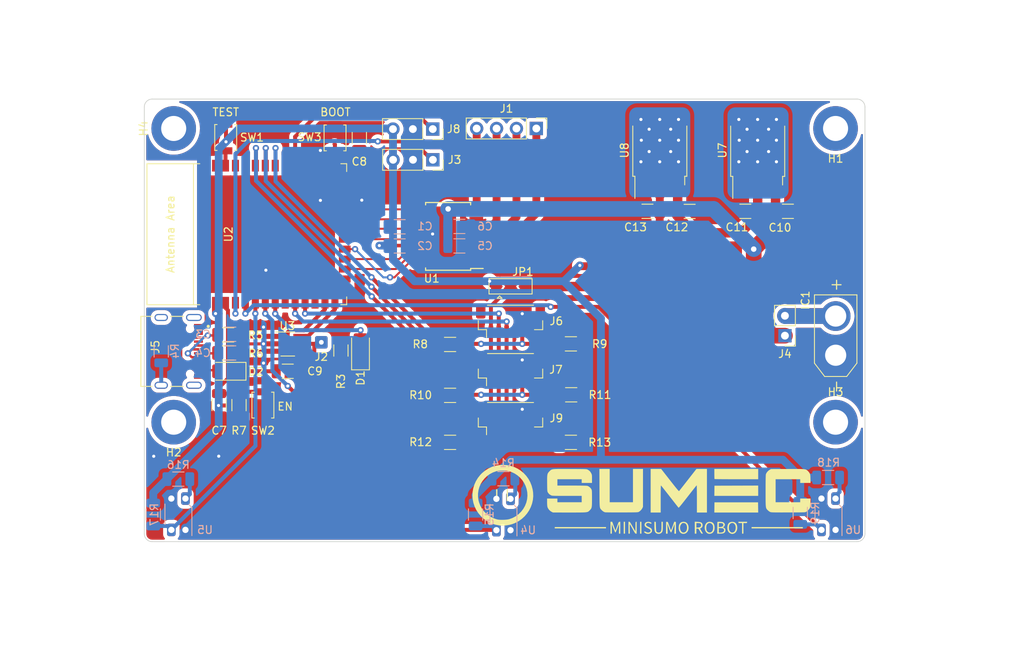
<source format=kicad_pcb>
(kicad_pcb (version 20221018) (generator pcbnew)
  (layers (0 "F.Cu" signal) (31 "B.Cu" signal) (34 "B.Paste" user) (35 "F.Paste" user) (36 "B.SilkS" user "B.Silkscreen") (37 "F.SilkS" user "F.Silkscreen") (38 "B.Mask" user) (39 "F.Mask" user) (44 "Edge.Cuts" user))
  (net 0 "")
  (net 1 "GND")
  (net 2 "EN")
  (net 3 "BOOT")
  (net 4 "VBUS 5V")
  (net 5 "QRE1113 A")
  (net 6 "Net-(D1-K)")
  (net 7 "QRE1113 B")
  (net 8 "QRE1113 C")
  (net 9 "Net-(D2-A)")
  (net 10 "+3V3")
  (net 12 "VBATT")
  (net 13 "D+ IN")
  (net 17 "QRE1113 D")
  (net 18 "Net-(J5-SHIELD-PadS1)")
  (net 19 "Net-(J6-Pin_5)")
  (net 20 "Net-(J9-Pin_5)")
  (net 22 "Net-(J7-Pin_5)")
  (net 25 "Net-(R5-Pad2)")
  (net 26 "Net-(U5-A)")
  (net 27 "Net-(U6-A)")
  (net 28 "+8V")
  (net 29 "D- IN")
  (net 30 "Net-(R6-Pad2)")
  (net 34 "PWMB")
  (net 35 "BI2")
  (net 36 "BI1")
  (net 37 "STBY")
  (net 38 "MOTOR 2 -")
  (net 39 "MOTOR 2 +")
  (net 40 "MOTOR 1 -")
  (net 41 "MOTOR 1 +")
  (net 42 "SCL")
  (net 43 "SDA")
  (net 44 "TEST PROGRAM")
  (net 45 "IR MODULE")
  (net 50 "AI1")
  (net 51 "AI2")
  (net 52 "PWMA")
  (net 53 "D-")
  (net 54 "D+")
  (net 58 "X-SHUT1")
  (net 61 "X-SHUT2")
  (net 64 "X-SHUT3")
  (net 65 "+5V")
  (net 66 "SENSOR_SUPPLY")
  (net 67 "Net-(U4-A)")
  (net 68 "LED")
  (footprint "LED_SMD:LED_1206_3216Metric_Pad1.42x1.75mm_HandSolder" (layer "F.Cu") (at 178.35 76.6 90)
    (fp_text reference "D1")
    (fp_text value "LED")
  )
  (footprint "Resistor_SMD:R_1206_3216Metric" (layer "F.Cu") (at 161.45 74.6)
    (fp_text reference "R5")
    (fp_text value "15R")
  )
  (footprint "Resistor_SMD:R_1206_3216Metric" (layer "F.Cu") (at 189.7875 88.325 180)
    (fp_text reference "R12")
    (fp_text value "0R")
  )
  (footprint "sumec-smd_library:logo even smaller" (layer "F.Cu") (at 213.336048 96.168242)
    (fp_text reference "R1" hide)
    (fp_text value "R" hide)
  )
  (footprint "Connector_Wire:SolderWire-0.1sqmm_1x01_D0.4mm_OD1mm" (layer "F.Cu") (at 173.35 75.55)
    (fp_text reference "J2")
    (fp_text value "Conn_01x01_Pin" hide)
  )
  (footprint "Resistor_SMD:R_1206_3216Metric" (layer "F.Cu") (at 189.7875 75.825 180)
    (fp_text reference "R8")
    (fp_text value "0R")
  )
  (footprint "Package_SO:SSOP-24_5.3x8.2mm_P0.65mm" (layer "F.Cu") (at 189.5348 62.0268 180)
    (fp_text reference "U1")
    (fp_text value "TB6612FNG" hide)
  )
  (footprint "Jumper:SolderJumper-3_P2.0mm_Open_TrianglePad1.0x1.5mm" (layer "F.Cu") (at 197.5104 68.4276)
    (fp_text reference "JP1")
    (fp_text value "SolderJumper_3_Open")
  )
  (footprint "Button_Switch_SMD:SW_SPST_B3U-1000P" (layer "F.Cu") (at 175.1 49.45 -90)
    (fp_text reference "SW3")
    (fp_text value "SW_Push" hide)
  )
  (footprint "Resistor_SMD:R_1206_3216Metric" (layer "F.Cu") (at 205.25 82.25 180)
    (fp_text reference "R11")
    (fp_text value "0R")
  )
  (footprint "Connector_JST:JST_SH_BM06B-SRSS-TB_1x06-1MP_P1.00mm_Vertical" (layer "F.Cu") (at 197.5 72.825)
    (fp_text reference "J6")
    (fp_text value "Conn_01x06_Pin" hide)
  )
  (footprint "sumec_library:AMASS_XT30U-M_1x02_P5.0mm_Vertical" (layer "F.Cu") (at 239.014 77.2014 90)
    (fp_text reference "IC1")
    (fp_text value "XT30U-F" hide)
  )
  (footprint "Package_TO_SOT_SMD:TO-252-3_TabPin2" (layer "F.Cu") (at 229.0572 51.054 90)
    (fp_text reference "U7")
    (fp_text value "LM1084IS-5.0/NOPB")
  )
  (footprint "Connector_PinHeader_2.54mm:PinHeader_1x04_P2.54mm_Vertical" (layer "F.Cu") (at 200.8 48.25 -90)
    (fp_text reference "J1")
    (fp_text value "Conn_01x04_Pin" hide)
  )
  (footprint "Resistor_SMD:R_1206_3216Metric" (layer "F.Cu") (at 205.2125 75.75 180)
    (fp_text reference "R9")
    (fp_text value "0R")
  )
  (footprint "Resistor_SMD:R_1206_3216Metric" (layer "F.Cu") (at 161.4424 76.9112)
    (fp_text reference "R6")
    (fp_text value "15R")
  )
  (footprint "Package_TO_SOT_SMD:TO-252-3_TabPin2" (layer "F.Cu") (at 216.5604 51.044 90)
    (fp_text reference "U8")
    (fp_text value "\nLM1084IS-3.3/NOPB")
  )
  (footprint "PCM_Espressif:ESP32-S3-WROOM-1" (layer "F.Cu") (at 166.834 61.75 90)
    (fp_text reference "U2")
    (fp_text value "ESP32-S3-WROOM-1" hide)
  )
  (footprint "MountingHole:MountingHole_3.2mm_M3_ISO7380_Pad" (layer "F.Cu") (at 154.5 85.75 180)
    (fp_text reference "H2")
    (fp_text value "MountingHole M3")
  )
  (footprint "MountingHole:MountingHole_3.2mm_M3_ISO7380_Pad" (layer "F.Cu") (at 239 85.75)
    (fp_text reference "H3")
    (fp_text value "MountingHole M3")
  )
  (footprint "Connector_JST:JST_SH_BM06B-SRSS-TB_1x06-1MP_P1.00mm_Vertical" (layer "F.Cu") (at 197.5 85.25)
    (fp_text reference "J9")
    (fp_text value "Conn_01x06_Pin" hide)
  )
  (footprint "Capacitor_SMD:C_1206_3216Metric_Pad1.33x1.80mm_HandSolder" (layer "F.Cu") (at 220.3704 58.8436)
    (fp_text reference "C12")
    (fp_text value "10uF.stabl")
  )
  (footprint "Connector_PinSocket_2.54mm:PinSocket_1x03_P2.54mm_Vertical" (layer "F.Cu") (at 187.59 52.25 -90)
    (fp_text reference "J3")
    (fp_text value "Conn_01x03_Pin" hide)
  )
  (footprint "Connector_PinHeader_2.54mm:PinHeader_1x02_P2.54mm_Vertical" (layer "F.Cu") (at 232.537 74.7014 180)
    (fp_text reference "J4")
    (fp_text value "Conn_01x02")
  )
  (footprint "Diode_SMD:D_1206_3216Metric" (layer "F.Cu") (at 161.4424 79.248 180)
    (fp_text reference "D2")
    (fp_text value "1N5819" hide)
  )
  (footprint "Capacitor_SMD:C_1206_3216Metric" (layer "F.Cu") (at 178.2 49.45 90)
    (fp_text reference "C8")
    (fp_text value "100nF.boot")
  )
  (footprint "Package_TO_SOT_SMD:TSOT-23-6_HandSoldering" (layer "F.Cu") (at 169.0624 75.7428)
    (fp_text reference "U3")
    (fp_text value "USBLC6-2SC6" hide)
  )
  (footprint "Capacitor_SMD:C_1206_3216Metric_Pad1.33x1.80mm_HandSolder" (layer "F.Cu") (at 214.9856 58.8264 180)
    (fp_text reference "C13")
    (fp_text value "10uF.stabl")
  )
  (footprint "Capacitor_SMD:C_1206_3216Metric" (layer "F.Cu") (at 169.0624 79.248)
    (fp_text reference "C9")
    (fp_text value "100nF")
  )
  (footprint "Capacitor_SMD:C_1206_3216Metric_Pad1.33x1.80mm_HandSolder" (layer "F.Cu") (at 232.918 58.8264)
    (fp_text reference "C10")
    (fp_text value "10uF.stabl")
  )
  (footprint "Capacitor_SMD:C_1206_3216Metric_Pad1.33x1.80mm_HandSolder" (layer "F.Cu") (at 227.4824 58.8264 180)
    (fp_text reference "C11")
    (fp_text value "10uF.stabl")
  )
  (footprint "Resistor_SMD:R_1206_3216Metric_Pad1.30x1.75mm_HandSolder" (layer "F.Cu") (at 175.85 76.6 90)
    (fp_text reference "R3")
    (fp_text value "220")
  )
  (footprint "Resistor_SMD:R_1206_3216Metric" (layer "F.Cu") (at 162.8394 83.5678 -90)
    (fp_text reference "R7")
    (fp_text value "10k.mcu")
  )
  (footprint "Connector_PinSocket_2.54mm:PinSocket_1x03_P2.54mm_Vertical" (layer "F.Cu") (at 187.575 48.325 -90)
    (fp_text reference "J8")
    (fp_text value "TSOP382xx" hide)
  )
  (footprint "Capacitor_SMD:C_1206_3216Metric" (layer "F.Cu") (at 160.2994 83.5678 -90)
    (fp_text reference "C7")
    (fp_text value "100nF.en")
  )
  (footprint "Connector_JST:JST_SH_BM06B-SRSS-TB_1x06-1MP_P1.00mm_Vertical" (layer "F.Cu") (at 197.5 79)
    (fp_text reference "J7")
    (fp_text value "Conn_01x06_Pin" hide)
  )
  (footprint "Button_Switch_SMD:SW_SPST_B3U-1000P" (layer "F.Cu") (at 161.1376 49.4 -90)
    (fp_text reference "SW1")
    (fp_text value "SW_Push" hide)
  )
  (footprint "Resistor_SMD:R_1206_3216Metric" (layer "F.Cu") (at 205.2125 88.325 180)
    (fp_text reference "R13")
    (fp_text value "0R")
  )
  (footprint "Resistor_SMD:R_1206_3216Metric" (layer "F.Cu") (at 189.7875 82.325 180)
    (fp_text reference "R10")
    (fp_text value "0R")
  )
  (footprint "sumec-smd_library:HRO_TYPE-C-31-M-12" (layer "F.Cu") (at 152.908 76.708 -90)
    (fp_text reference "J5")
    (fp_text value "TYPE-C-31-M-12" hide)
  )
  (footprint "Button_Switch_SMD:SW_SPST_B3U-1000P" (layer "F.Cu") (at 165.8874 83.5678 90)
    (fp_text reference "SW2")
    (fp_text value "SW_Push" hide)
  )
  (footprint "MountingHole:MountingHole_3.2mm_M3_ISO7380_Pad" (layer "F.Cu") (at 239 48.25 180)
    (fp_text reference "H1")
    (fp_text value "MountingHole M3")
  )
  (footprint "MountingHole:MountingHole_3.2mm_M3_ISO7380_Pad" (layer "F.Cu") (at 154.5 48.25 90)
    (fp_text reference "H4")
    (fp_text value "MountingHole M3")
  )
  (footprint "Resistor_SMD:R_1206_3216Metric" (layer "B.Cu") (at 234.4928 97.3328 -90)
    (fp_text reference "R19")
    (fp_text value "10k")
  )
  (footprint "Resistor_SMD:R_1206_3216Metric" (layer "B.Cu") (at 238.0488 92.8116 180)
    (fp_text reference "R18")
    (fp_text value "100")
  )
  (footprint "Capacitor_SMD:C_1206_3216Metric" (layer "B.Cu") (at 190.975 60.7568)
    (fp_text reference "C6")
    (fp_text value "100nF.hbc")
  )
  (footprint "sumec_library:OnSemi_CASE100AQ - QRE1113" (layer "B.Cu") (at 197.5 95.536 180)
    (fp_text reference "U4")
    (fp_text value "QRE1113" hide)
  )
  (footprint "sumec_library:OnSemi_CASE100AQ - QRE1113" (layer "B.Cu") (at 156 95.5 180)
    (fp_text reference "U5")
    (fp_text value "QRE1113" hide)
  )
  (footprint "Capacitor_SMD:C_1206_3216Metric" (layer "B.Cu") (at 183.35 60.8)
    (fp_text reference "C1")
    (fp_text value "10uF.hb")
  )
  (footprint "Resistor_SMD:R_1206_3216Metric" (layer "B.Cu") (at 155.0924 93.0148 180)
    (fp_text reference "R16")
    (fp_text value "100")
  )
  (footprint "Resistor_SMD:R_1206_3216Metric" (layer "B.Cu") (at 196.596 92.964 180)
    (fp_text reference "R14")
    (fp_text value "100")
  )
  (footprint "Resistor_SMD:R_1206_3216Metric" (layer "B.Cu") (at 151.892 97.536 -90)
    (fp_text reference "R17")
    (fp_text value "10k")
  )
  (footprint "Capacitor_SMD:C_1206_3216Metric" (layer "B.Cu") (at 161.725 76.9112)
    (fp_text reference "C4")
    (fp_text value "100nF.mcu" hide)
  )
  (footprint "Resistor_SMD:R_1206_3216Metric" (layer "B.Cu") (at 193.04 97.536 -90)
    (fp_text reference "R15")
    (fp_text value "10k")
  )
  (footprint "Capacitor_SMD:C_1206_3216Metric" (layer "B.Cu") (at 183.35 63.25)
    (fp_text reference "C2")
    (fp_text value "1uF.hb")
  )
  (footprint "Capacitor_SMD:C_1206_3216Metric" (layer "B.Cu") (at 161.725 74.5236)
    (fp_text reference "C3")
    (fp_text value "10uF.mcu" hide)
  )
  (footprint "sumec_library:OnSemi_CASE100AQ - QRE1113" (layer "B.Cu") (at 239 95.5 180)
    (fp_text reference "U6")
    (fp_text value "QRE1113" hide)
  )
  (footprint "Resistor_SMD:R_1206_3216Metric" (layer "B.Cu") (at 152.908 76.708 90)
    (fp_text reference "R4")
    (fp_text value "0R" hide)
  )
  (footprint "Capacitor_SMD:C_1206_3216Metric" (layer "B.Cu") (at 190.975 63.246)
    (fp_text reference "C5")
    (fp_text value "10uF.hbc")
  )
  (gr_arc (start 151.75 101) (mid 151.042893 100.707107) (end 150.75 100) (stroke (width 0.1)) (layer "Edge.Cuts"))
  (gr_arc (start 150.75 45.5) (mid 151.042893 44.792893) (end 151.75 44.5) (stroke (width 0.1)) (layer "Edge.Cuts"))
  (gr_line (start 241.75 101) (end 151.75 101) (stroke (width 0.1)) (layer "Edge.Cuts"))
  (gr_line (start 150.75 100) (end 150.75 45.5) (stroke (width 0.1)) (layer "Edge.Cuts"))
  (gr_arc (start 242.75 100) (mid 242.457107 100.707107) (end 241.75 101) (stroke (width 0.1)) (layer "Edge.Cuts"))
  (gr_arc (start 241.75 44.5) (mid 242.457107 44.792893) (end 242.75 45.5) (stroke (width 0.1)) (layer "Edge.Cuts"))
  (gr_line (start 242.75 45.5) (end 242.75 100) (stroke (width 0.1)) (layer "Edge.Cuts"))
  (gr_line (start 151.75 44.5) (end 241.75 44.5) (stroke (width 0.1)) (layer "Edge.Cuts"))
  (gr_text "TEST" (at 161.15 46.75) (layer "F.SilkS") (effects (font (size 1 1)) (justify bottom)))
  (gr_text "EN" (at 168.7322 84.328) (layer "F.SilkS") (effects (font (size 1 1)) (justify bottom)))
  (gr_text ">:3" (at 215.9 93.98 270) (layer "F.SilkS") (effects (font (size 0.1 0.1) (thickness 0.02) bold) (justify left top)))
  (gr_text ">:3" (at 241.3 99.06 270) (layer "F.SilkS") (effects (font (size 0.1 0.1) (thickness 0.02) bold) (justify left top)))
  (gr_text "BOOT" (at 175.15 46.75) (layer "F.SilkS") (effects (font (size 1 1)) (justify bottom)))
  (segment (start 187.5334 61.7018) (end 187.5536 61.722) (width 0.254) (layer "F.Cu") (net 1))
  (segment (start 157.5 73.625) (end 157.9722 73.625) (width 0.25) (layer "F.Cu") (net 1))
  (segment (start 165.9708 75.75) (end 167.5 75.75) (width 0.25) (layer "F.Cu") (net 1))
  (segment (start 158.574 73.0232) (end 158.574 70.5) (width 0.25) (layer "F.Cu") (net 1))
  (segment (start 187.3506 61.925) (end 187.3502 61.925) (width 0.25) (layer "F.Cu") (net 1))
  (segment (start 185.9348 61.7018) (end 187.5334 61.7018) (width 0.254) (layer "F.Cu") (net 1))
  (segment (start 157.9722 73.625) (end 158.574 73.0232) (width 0.25) (layer "F.Cu") (net 1))
  (segment (start 165.9636 75.7428) (end 165.9708 75.75) (width 0.25) (layer "F.Cu") (net 1))
  (via (at 166.2684 66.3448) (size 0.8) (drill 0.4) (layers "F.Cu" "B.Cu") (net 1))
  (via (at 165.9636 73.6092) (size 0.8) (drill 0.4) (layers "F.Cu" "B.Cu") (net 1))
  (via (at 199 71.9) (size 0.8) (drill 0.4) (layers "F.Cu" "B.Cu") (net 1))
  (via (at 165.9636 78.2066) (size 0.8) (drill 0.4) (layers "F.Cu" "B.Cu") (net 1))
  (via (at 173.228 57.4294) (size 0.8) (drill 0.4) (layers "F.Cu" "B.Cu") (net 1))
  (via (at 160.2486 90.0938) (size 0.8) (drill 0.4) (layers "F.Cu" "B.Cu") (net 1))
  (via (at 173.228 51.054) (size 0.8) (drill 0.4) (layers "F.Cu" "B.Cu") (net 1))
  (via (at 178.5112 57.404) (size 0.8) (drill 0.4) (layers "F.Cu" "B.Cu") (net 1))
  (via (at 199 77.8) (size 0.8) (drill 0.4) (layers "F.Cu" "B.Cu") (net 1))
  (via (at 187.5536 61.722) (size 0.8) (drill 0.4) (layers "F.Cu" "B.Cu") (net 1))
  (via (at 165.9636 75.7428) (size 0.8) (drill 0.4) (layers "F.Cu" "B.Cu") (net 1))
  (via (at 199 84.1) (size 0.8) (drill 0.4) (layers "F.Cu" "B.Cu") (net 1))
  (via (at 151.95 90.1) (size 0.8) (drill 0.4) (layers "F.Cu" "B.Cu") (net 1))
  (segment (start 161.114 71.1472) (end 161.429 71.4622) (width 0.508) (layer "F.Cu") (net 2))
  (segment (start 162.8394 82.1053) (end 160.3119 82.1053) (width 0.508) (layer "F.Cu") (net 2))
  (segment (start 163.0769 81.8678) (end 162.8394 82.1053) (width 0.508) (layer "F.Cu") (net 2))
  (segment (start 161.114 70.5) (end 161.114 71.1472) (width 0.508) (layer "F.Cu") (net 2))
  (segment (start 160.2994 81.3006) (end 160.2994 82.0928) (width 0.508) (layer "F.Cu") (net 2))
  (segment (start 160.3119 82.1053) (end 160.2994 82.0928) (width 0.508) (layer "F.Cu") (net 2))
  (segment (start 161.429 71.4622) (end 161.429 80.171) (width 0.508) (layer "F.Cu") (net 2))
  (segment (start 161.429 80.171) (end 160.2994 81.3006) (width 0.508) (layer "F.Cu") (net 2))
  (segment (start 165.8874 81.8678) (end 163.0769 81.8678) (width 0.508) (layer "F.Cu") (net 2))
  (segment (start 175.084 51.9684) (end 175.084 50.3044) (width 0.508) (layer "F.Cu") (net 3))
  (segment (start 177.975 51.15) (end 178.2 50.925) (width 0.508) (layer "F.Cu") (net 3))
  (segment (start 175.084 50.3044) (end 175.0296 50.25) (width 0.508) (layer "F.Cu") (net 3))
  (segment (start 175.084 51.9684) (end 175.084 51.15) (width 0.508) (layer "F.Cu") (net 3))
  (segment (start 175.084 53) (end 175.084 51.9684) (width 0.508) (layer "F.Cu") (net 3))
  (segment (start 175.084 51.15) (end 177.975 51.15) (width 0.508) (layer "F.Cu") (net 3))
  (segment (start 162.8424 79.248) (end 167.6382 79.248) (width 0.508) (layer "F.Cu") (net 4))
  (segment (start 172.45 75.9) (end 172.8 75.55) (width 0.508) (layer "F.Cu") (net 4))
  (segment (start 173.35 75.55) (end 173.35 75.35) (width 0.508) (layer "F.Cu") (net 4))
  (segment (start 169.1114 77.724) (end 171.831 77.724) (width 0.508) (layer "F.Cu") (net 4))
  (segment (start 172.8 75.55) (end 173.35 75.55) (width 0.508) (layer "F.Cu") (net 4))
  (segment (start 171.831 77.724) (end 172.45 77.105) (width 0.508) (layer "F.Cu") (net 4))
  (segment (start 173.1572 75.7428) (end 170.7724 75.7428) (width 0.508) (layer "F.Cu") (net 4))
  (segment (start 167.5874 79.248) (end 169.1114 77.724) (width 0.508) (layer "F.Cu") (net 4))
  (segment (start 173.35 75.55) (end 173.1572 75.7428) (width 0.508) (layer "F.Cu") (net 4))
  (segment (start 172.45 77.105) (end 172.45 75.9) (width 0.508) (layer "F.Cu") (net 4))
  (segment (start 180.55 49.9) (end 185.09 49.9) (width 0.508) (layer "F.Cu") (net 5))
  (segment (start 162.384 70.732) (end 162.384 71.882) (width 0.508) (layer "F.Cu") (net 5))
  (segment (start 162.5 70.616) (end 162.384 70.732) (width 0.508) (layer "F.Cu") (net 5))
  (segment (start 185.09 49.9) (end 187.44 52.25) (width 0.508) (layer "F.Cu") (net 5))
  (via (at 162.384 71.882) (size 0.8) (drill 0.4) (layers "F.Cu" "B.Cu") (net 5))
  (via (at 180.55 49.9) (size 0.8) (drill 0.4) (layers "F.Cu" "B.Cu") (net 5))
  (segment (start 162.384 51.484) (end 162.384 71.882) (width 0.508) (layer "B.Cu") (net 5))
  (segment (start 180.55 49.9) (end 180.5 49.85) (width 0.508) (layer "B.Cu") (net 5))
  (segment (start 180.5 49.85) (end 164.018 49.85) (width 0.508) (layer "B.Cu") (net 5))
  (segment (start 164.018 49.85) (end 162.384 51.484) (width 0.508) (layer "B.Cu") (net 5))
  (segment (start 178.35 78.0875) (end 175.9125 78.0875) (width 0.508) (layer "F.Cu") (net 6))
  (segment (start 175.9125 78.0875) (end 175.85 78.15) (width 0.508) (layer "F.Cu") (net 6))
  (segment (start 166.194 71.882) (end 166.194 70.5) (width 0.508) (layer "F.Cu") (net 7))
  (segment (start 169.0624 81.1276) (end 187.4348 99.5) (width 0.508) (layer "F.Cu") (net 7))
  (segment (start 187.4348 99.5) (end 195.7 99.5) (width 0.508) (layer "F.Cu") (net 7))
  (via (at 166.194 71.882) (size 0.8) (drill 0.4) (layers "F.Cu" "B.Cu") (net 7))
  (via (at 169.0624 81.1276) (size 0.8) (drill 0.4) (layers "F.Cu" "B.Cu") (net 7))
  (segment (start 169.0624 81.1276) (end 167.1 79.1652) (width 0.508) (layer "B.Cu") (net 7))
  (segment (start 193.04 98.9985) (end 195.1625 98.9985) (width 0.508) (layer "B.Cu") (net 7))
  (segment (start 195.689 99.314) (end 195.85 99.475) (width 0.508) (layer "B.Cu") (net 7))
  (segment (start 167.1 79.1652) (end 167.1 72.788) (width 0.508) (layer "B.Cu") (net 7))
  (segment (start 167.1 72.788) (end 166.194 71.882) (width 0.508) (layer "B.Cu") (net 7))
  (segment (start 195.1625 98.9985) (end 195.7 99.536) (width 0.508) (layer "B.Cu") (net 7))
  (segment (start 164.924 71.882) (end 164.924 70.5) (width 0.508) (layer "F.Cu") (net 8))
  (via (at 164.924 71.882) (size 0.8) (drill 0.4) (layers "F.Cu" "B.Cu") (net 8))
  (segment (start 153.6985 98.9985) (end 151.892 98.9985) (width 0.508) (layer "B.Cu") (net 8))
  (segment (start 154.2 99.5) (end 153.6985 98.9985) (width 0.508) (layer "B.Cu") (net 8))
  (segment (start 164.9364 71.8944) (end 164.9364 88.7636) (width 0.508) (layer "B.Cu") (net 8))
  (segment (start 164.924 71.882) (end 164.9364 71.8944) (width 0.508) (layer "B.Cu") (net 8))
  (segment (start 164.9364 88.7636) (end 154.2 99.5) (width 0.508) (layer "B.Cu") (net 8))
  (segment (start 160.35 79.25) (end 160.208 79.108) (width 0.3) (layer "F.Cu") (net 9))
  (segment (start 157.052594 79.108) (end 157.658 79.108) (width 0.3) (layer "F.Cu") (net 9))
  (segment (start 157.086 74.308) (end 155.448 75.946) (width 0.3) (layer "F.Cu") (net 9))
  (segment (start 155.448 77.503406) (end 157.052594 79.108) (width 0.3) (layer "F.Cu") (net 9))
  (segment (start 160.475 79.225) (end 160.5 79.25) (width 0.25) (layer "F.Cu") (net 9))
  (segment (start 155.448 75.946) (end 155.448 77.503406) (width 0.3) (layer "F.Cu") (net 9))
  (segment (start 160.208 79.108) (end 157.617 79.108) (width 0.3) (layer "F.Cu") (net 9))
  (segment (start 157.658 74.308) (end 157.086 74.308) (width 0.3) (layer "F.Cu") (net 9))
  (segment (start 157.617 79.108) (end 157.5 79.225) (width 0.3) (layer "F.Cu") (net 9))
  (segment (start 194.8328 67.75) (end 195.5104 68.4276) (width 1) (layer "F.Cu") (net 10))
  (segment (start 206.4512 65.8368) (end 211.074 65.8368) (width 1) (layer "F.Cu") (net 10))
  (segment (start 216.5604 58.8141) (end 216.5481 58.8264) (width 1) (layer "F.Cu") (net 10))
  (segment (start 161.1376 47.7266) (end 161.1757 47.7647) (width 0.508) (layer "F.Cu") (net 10))
  (segment (start 183.95 63.2) (end 184.1482 63.0018) (width 0.45) (layer "F.Cu") (net 10))
  (segment (start 159.844 70.5) (end 159.844 71.882) (width 0.9) (layer "F.Cu") (net 10))
  (segment (start 161.1757 47.7647) (end 161.1757 49.9491) (width 0.508) (layer "F.Cu") (net 10))
  (segment (start 180.75 63.2) (end 183.95 63.2) (width 0.45) (layer "F.Cu") (net 10))
  (segment (start 161.4259 83.6168) (end 162.8394 85.0303) (width 0.508) (layer "F.Cu") (net 10))
  (segment (start 216.5481 60.3627) (end 216.5481 58.8264) (width 1) (layer "F.Cu") (net 10))
  (segment (start 211.074 65.8368) (end 216.5481 60.3627) (width 1) (layer "F.Cu") (net 10))
  (segment (start 216.5604 56.084) (end 216.5604 58.8141) (width 1) (layer "F.Cu") (net 10))
  (segment (start 206.3496 65.7352) (end 206.4512 65.8368) (width 1) (layer "F.Cu") (net 10))
  (segment (start 184.1482 63.0018) (end 185.9348 63.0018) (width 0.45) (layer "F.Cu") (net 10))
  (segment (start 160.2246 83.6168) (end 161.4259 83.6168) (width 0.508) (layer "F.Cu") (net 10))
  (via (at 216.55 52.5) (size 0.8) (drill 0.4) (layers "F.Cu" "B.Cu") (net 10))
  (via (at 161.1757 49.9491) (size 0.8) (drill 0.4) (layers "F.Cu" "B.Cu") (net 10))
  (via (at 206.3496 65.7352) (size 0.8) (drill 0.4) (layers "F.Cu" "B.Cu") (net 10))
  (via (at 217.95 48.35) (size 0.8) (drill 0.4) (layers "F.Cu" "B.Cu") (net 10))
  (via (at 216.55 49.75) (size 0.8) (drill 0.4) (layers "F.Cu" "B.Cu") (net 10))
  (via (at 215.2 48.35) (size 0.8) (drill 0.4) (layers "F.Cu" "B.Cu") (net 10))
  (via (at 215.2 51.2) (size 0.8) (drill 0.4) (layers "F.Cu" "B.Cu") (net 10))
  (via (at 217.95 51.2) (size 0.8) (drill 0.4) (layers "F.Cu" "B.Cu") (net 10))
  (via (at 180.75 63.2) (size 0.8) (drill 0.4) (layers "F.Cu" "B.Cu") (net 10))
  (via (at 218.95 49.75) (size 0.8) (drill 0.4) (layers "F.Cu" "B.Cu") (net 10))
  (via (at 214.2 49.75) (size 0.8) (drill 0.4) (layers "F.Cu" "B.Cu") (net 10))
  (via (at 214.15 52.5) (size 0.8) (drill 0.4) (layers "F.Cu" "B.Cu") (net 10))
  (via (at 194.8328 67.75) (size 0.8) (drill 0.4) (layers "F.Cu" "B.Cu") (net 10))
  (via (at 159.844 71.882) (size 0.8) (drill 0.4) (layers "F.Cu" "B.Cu") (net 10))
  (via (at 218.95 52.5) (size 0.8) (drill 0.4) (layers "F.Cu" "B.Cu") (net 10))
  (via (at 160.2246 83.6168) (size 0.8) (drill 0.4) (layers "F.Cu" "B.Cu") (net 10))
  (via (at 218.95 47.1) (size 0.8) (drill 0.4) (layers "F.Cu" "B.Cu") (net 10))
  (via (at 216.55 47.1) (size 0.8) (drill 0.4) (layers "F.Cu" "B.Cu") (net 10))
  (via (at 214.15 47.1) (size 0.8) (drill 0.4) (layers "F.Cu" "B.Cu") (net 10))
  (segment (start 160.25 86.3947) (end 151.892 94.7527) (width 1) (layer "B.Cu") (net 10))
  (segment (start 197.5505 90.547) (end 232.279 90.547) (width 1) (layer "B.Cu") (net 10))
  (segment (start 160.25 86.3947) (end 160.25 71.882) (width 1) (layer "B.Cu") (net 10))
  (segment (start 162.8748 48.25) (end 161.1757 49.9491) (width 1) (layer "B.Cu") (net 10))
  (segment (start 182.5 48.33) (end 182.42 48.25) (width 1) (layer "B.Cu") (net 10))
  (segment (start 193.04 96.0735) (end 193.04 95.0575) (width 1) (layer "B.Cu") (net 10))
  (segment (start 182.5 63.25) (end 182.45 63.2) (width 1) (layer "B.Cu") (net 10))
  (segment (start 193.04 95.0575) (end 195.1335 92.964) (width 1) (layer "B.Cu") (net 10))
  (segment (start 209.042 72.4916) (end 204.3004 67.75) (width 1) (layer "B.Cu") (net 10))
  (segment (start 160.25 50.8748) (end 161.1757 49.9491) (width 1) (layer "B.Cu") (net 10))
  (segment (start 160.25 71.882) (end 160.25 50.8748) (width 1) (layer "B.Cu") (net 10))
  (segment (start 182.5 65) (end 182.5 48.33) (width 1) (layer "B.Cu") (net 10))
  (segment (start 209.042 90.547) (end 209.042 72.4916) (width 1) (layer "B.Cu") (net 10))
  (segment (start 182.45 63.2) (end 180.75 63.2) (width 1) (layer "B.Cu") (net 10))
  (segment (start 195.1335 92.964) (end 197.5505 90.547) (width 1) (layer "B.Cu") (net 10))
  (segment (start 159.844 71.882) (end 160.25 71.882) (width 0.9) (layer "B.Cu") (net 10))
  (segment (start 204.3348 67.75) (end 204.3004 67.75) (width 1) (layer "B.Cu") (net 10))
  (segment (start 182.42 48.25) (end 162.8748 48.25) (width 1) (layer "B.Cu") (net 10))
  (segment (start 234.4928 95.8703) (end 234.4928 92.8116) (width 1) (layer "B.Cu") (net 10))
  (segment (start 234.5436 92.8116) (end 236.5863 92.8116) (width 1) (layer "B.Cu") (net 10))
  (segment (start 151.892 94.7527) (end 151.892 96.0735) (width 1) (layer "B.Cu") (net 10))
  (segment (start 194.8328 67.75) (end 185.25 67.75) (width 1) (layer "B.Cu") (net 10))
  (segment (start 185.25 67.75) (end 182.5 65) (width 1) (layer "B.Cu") (net 10))
  (segment (start 206.3496 65.7352) (end 204.3348 67.75) (width 1) (layer "B.Cu") (net 10))
  (segment (start 232.279 90.547) (end 234.5436 92.8116) (width 1) (layer "B.Cu") (net 10))
  (segment (start 204.3004 67.75) (end 194.8328 67.75) (width 1) (layer "B.Cu") (net 10))
  (segment (start 194.8328 67.75) (end 195.25 67.75) (width 0.508) (layer "B.Cu") (net 10))
  (segment (start 182.5 65) (end 182.5 63.25) (width 1) (layer "B.Cu") (net 10))
  (segment (start 232.537 72.1614) (end 232.5624 72.1868) (width 2) (layer "F.Cu") (net 12))
  (segment (start 232.5624 72.1868) (end 238.9994 72.1868) (width 2) (layer "F.Cu") (net 12))
  (segment (start 238.9994 72.1868) (end 239.014 72.2014) (width 0.508) (layer "F.Cu") (net 12))
  (segment (start 239.014 72.2014) (end 232.577 72.2014) (width 2) (layer "B.Cu") (net 12))
  (segment (start 232.577 72.2014) (end 232.537 72.1614) (width 2) (layer "B.Cu") (net 12))
  (segment (start 156.8076 77.458) (end 157.658 77.458) (width 0.3) (layer "F.Cu") (net 13))
  (segment (start 158.8516 74.676) (end 160.176 74.676) (width 0.3) (layer "F.Cu") (net 13))
  (segment (start 156.8156 76.458) (end 157.658 76.458) (width 0.3) (layer "F.Cu") (net 13))
  (segment (start 156.3116 76.962) (end 156.8156 76.458) (width 0.3) (layer "F.Cu") (net 13))
  (segment (start 156.3116 76.962) (end 156.8076 77.458) (width 0.3) (layer "F.Cu") (net 13))
  (segment (start 160.25 74.695) (end 160.25 74.5) (width 0.25) (layer "F.Cu") (net 13))
  (via (at 156.3116 76.962) (size 0.8) (drill 0.4) (layers "F.Cu" "B.Cu") (net 13))
  (via (at 158.8516 74.676) (size 0.8) (drill 0.4) (layers "F.Cu" "B.Cu") (net 13))
  (segment (start 158.5976 74.676) (end 156.3116 76.962) (width 0.3) (layer "B.Cu") (net 13))
  (segment (start 158.8516 74.676) (end 158.5976 74.676) (width 0.3) (layer "B.Cu") (net 13))
  (segment (start 163.654 71.882) (end 163.654 70.5) (width 0.508) (layer "F.Cu") (net 17))
  (segment (start 202.6316 71.028) (end 208.728 71.028) (width 0.508) (layer "F.Cu") (net 17))
  (segment (start 208.728 71.028) (end 237.2 99.5) (width 0.508) (layer "F.Cu") (net 17))
  (via (at 163.654 71.882) (size 0.8) (drill 0.4) (layers "F.Cu" "B.Cu") (net 17))
  (via (at 202.6316 71.028) (size 0.8) (drill 0.4) (layers "F.Cu" "B.Cu") (net 17))
  (segment (start 236.4953 98.7953) (end 237.2 99.5) (width 0.508) (layer "B.Cu") (net 17))
  (segment (start 234.4928 98.7953) (end 236.4953 98.7953) (width 0.508) (layer "B.Cu") (net 17))
  (segment (start 164.7208 70.8152) (end 163.654 71.882) (width 0.508) (layer "B.Cu") (net 17))
  (segment (start 202.6316 71.028) (end 202.4188 70.8152) (width 0.508) (layer "B.Cu") (net 17))
  (segment (start 202.4188 70.8152) (end 164.7208 70.8152) (width 0.508) (layer "B.Cu") (net 17))
  (segment (start 152.908 80.992) (end 152.908 78.1705) (width 0.508) (layer "B.Cu") (net 18))
  (segment (start 199.075 75.825) (end 199.15 75.75) (width 0.508) (layer "F.Cu") (net 19))
  (segment (start 193.75 75.75) (end 191.325 75.75) (width 0.508) (layer "F.Cu") (net 19))
  (segment (start 191.325 75.75) (end 191.25 75.825) (width 0.25) (layer "F.Cu") (net 19))
  (segment (start 199 74.15) (end 199 75.75) (width 0.508) (layer "F.Cu") (net 19))
  (segment (start 199.15 75.75) (end 203.675 75.75) (width 0.508) (layer "F.Cu") (net 19))
  (segment (start 199 75.75) (end 199.075 75.825) (width 0.25) (layer "F.Cu") (net 19))
  (segment (start 203.675 75.75) (end 203.75 75.825) (width 0.508) (layer "F.Cu") (net 19))
  (via (at 199 75.75) (size 0.8) (drill 0.4) (layers "F.Cu" "B.Cu") (net 19))
  (via (at 193.75 75.75) (size 0.8) (drill 0.4) (layers "F.Cu" "B.Cu") (net 19))
  (segment (start 193.75 75.75) (end 199 75.75) (width 0.508) (layer "B.Cu") (net 19))
  (segment (start 203.75 88.325) (end 191.25 88.325) (width 0.508) (layer "F.Cu") (net 20))
  (segment (start 199 87.021751) (end 199 88.3086) (width 0.508) (layer "F.Cu") (net 20))
  (segment (start 199 88.3086) (end 198.9836 88.325) (width 0.508) (layer "F.Cu") (net 20))
  (segment (start 199 86.575) (end 199 87.021751) (width 0.25) (layer "F.Cu") (net 20))
  (segment (start 191.325 82.25) (end 191.25 82.325) (width 0.25) (layer "F.Cu") (net 22))
  (segment (start 199 80.325) (end 199 82.25) (width 0.508) (layer "F.Cu") (net 22))
  (segment (start 199 82.25) (end 203.575 82.25) (width 0.508) (layer "F.Cu") (net 22))
  (segment (start 203.575 82.25) (end 203.75 82.075) (width 0.25) (layer "F.Cu") (net 22))
  (segment (start 193.75 82.25) (end 191.325 82.25) (width 0.508) (layer "F.Cu") (net 22))
  (via (at 193.75 82.25) (size 0.8) (drill 0.4) (layers "F.Cu" "B.Cu") (net 22))
  (via (at 199 82.25) (size 0.8) (drill 0.4) (layers "F.Cu" "B.Cu") (net 22))
  (segment (start 199 82.25) (end 193.75 82.25) (width 0.508) (layer "B.Cu") (net 22))
  (segment (start 167.5 74.8) (end 163.0289 74.8) (width 0.508) (layer "F.Cu") (net 25))
  (segment (start 163.0289 74.8) (end 162.9049 74.676) (width 0.25) (layer "F.Cu") (net 25))
  (segment (start 156.5549 93.0148) (end 156.5549 94.9451) (width 0.508) (layer "B.Cu") (net 26))
  (segment (start 156.5549 94.9451) (end 156 95.5) (width 0.508) (layer "B.Cu") (net 26))
  (segment (start 239 95.1624) (end 239 95.5) (width 0.508) (layer "B.Cu") (net 27))
  (segment (start 239.5113 94.6511) (end 239 95.1624) (width 0.508) (layer "B.Cu") (net 27))
  (segment (start 239.5113 92.8116) (end 239.5113 94.6511) (width 0.508) (layer "B.Cu") (net 27))
  (segment (start 231.3555 58.8264) (end 231.3555 60.8461) (width 2) (layer "F.Cu") (net 28))
  (segment (start 230.9622 74.7014) (end 232.537 74.7014) (width 2) (layer "F.Cu") (net 28))
  (segment (start 231.3555 60.8461) (end 228.5492 63.6524) (width 2) (layer "F.Cu") (net 28))
  (segment (start 231.3372 58.7939) (end 231.3047 58.8264) (width 1.2) (layer "F.Cu") (net 28))
  (segment (start 228.5492 63.6524) (end 228.5492 72.2884) (width 2) (layer "F.Cu") (net 28))
  (segment (start 228.5492 72.2884) (end 230.9622 74.7014) (width 2) (layer "F.Cu") (net 28))
  (segment (start 231.3372 56.094) (end 231.3372 58.7939) (width 1.2) (layer "F.Cu") (net 28))
  (via (at 189.5348 58.5216) (size 1.5) (drill 0.7) (layers "F.Cu" "B.Cu") (net 28))
  (via (at 228.5492 63.6524) (size 1.5) (drill 0.7) (layers "F.Cu" "B.Cu") (net 28))
  (segment (start 223.4184 58.5216) (end 228.5492 63.6524) (width 2) (layer "B.Cu") (net 28))
  (segment (start 189.5 58.5564) (end 189.5348 58.5216) (width 1.15) (layer "B.Cu") (net 28))
  (segment (start 189.5 60.7568) (end 189.5 63.246) (width 1.15) (layer "B.Cu") (net 28))
  (segment (start 189.5348 58.5216) (end 223.4184 58.5216) (width 2) (layer "B.Cu") (net 28))
  (segment (start 189.5 60.7568) (end 189.5 58.5564) (width 1.15) (layer "B.Cu") (net 28))
  (segment (start 158.528 75.958) (end 159.004 76.434) (width 0.3) (layer "F.Cu") (net 29))
  (segment (start 160.25 77) (end 160.175 77.075) (width 0.25) (layer "F.Cu") (net 29))
  (segment (start 160.208 76.958) (end 160.212 76.962) (width 0.3) (layer "F.Cu") (net 29))
  (segment (start 159.004 76.434) (end 159.004 76.958) (width 0.3) (layer "F.Cu") (net 29))
  (segment (start 157.658 76.958) (end 159.004 76.958) (width 0.3) (layer "F.Cu") (net 29))
  (segment (start 160.195 76.945) (end 160.25 77) (width 0.25) (layer "F.Cu") (net 29))
  (segment (start 159.004 76.958) (end 160.208 76.958) (width 0.3) (layer "F.Cu") (net 29))
  (segment (start 157.658 75.958) (end 158.528 75.958) (width 0.3) (layer "F.Cu") (net 29))
  (segment (start 162.9049 76.9112) (end 163.1161 76.7) (width 0.25) (layer "F.Cu") (net 30))
  (segment (start 163.1161 76.7) (end 167.5 76.7) (width 0.508) (layer "F.Cu") (net 30))
  (segment (start 183.7462 58.575) (end 184.923 59.7518) (width 0.254) (layer "F.Cu") (net 34))
  (segment (start 176.334 58.575) (end 183.7462 58.575) (width 0.254) (layer "F.Cu") (net 34))
  (segment (start 184.923 59.7518) (end 185.9348 59.7518) (width 0.254) (layer "F.Cu") (net 34))
  (segment (start 184.049 60.4018) (end 185.9348 60.4018) (width 0.254) (layer "F.Cu") (net 35))
  (segment (start 183.4922 59.845) (end 184.049 60.4018) (width 0.254) (layer "F.Cu") (net 35))
  (segment (start 176.334 59.845) (end 183.4922 59.845) (width 0.254) (layer "F.Cu") (net 35))
  (segment (start 176.334 61.115) (end 176.3972 61.0518) (width 0.254) (layer "F.Cu") (net 36))
  (segment (start 176.3972 61.0518) (end 185.9348 61.0518) (width 0.254) (layer "F.Cu") (net 36))
  (segment (start 176.334 62.385) (end 185.9268 62.385) (width 0.254) (layer "F.Cu") (net 37))
  (segment (start 185.9268 62.385) (end 185.9348 62.377) (width 0.254) (layer "F.Cu") (net 37))
  (segment (start 195.72 60.058) (end 195.72 48.25) (width 1) (layer "F.Cu") (net 38))
  (segment (start 194.4116 61.3664) (end 195.72 60.058) (width 1) (layer "F.Cu") (net 38))
  (segment (start 193.18 48.25) (end 193.18 58.4584) (width 1) (layer "F.Cu") (net 39))
  (segment (start 193.18 58.4584) (end 193.548 58.8264) (width 1) (layer "F.Cu") (net 39))
  (segment (start 198.26 48.25) (end 198.26 59.570656) (width 1) (layer "F.Cu") (net 40))
  (segment (start 198.26 59.570656) (end 195.194256 62.6364) (width 1) (layer "F.Cu") (net 40))
  (segment (start 195.194256 62.6364) (end 194.7164 62.6364) (width 1) (layer "F.Cu") (net 40))
  (segment (start 200.8 48.25) (end 200.8 59.0928) (width 1) (layer "F.Cu") (net 41))
  (segment (start 200.8 59.0928) (end 194.564 65.3288) (width 1) (layer "F.Cu") (net 41))
  (segment (start 194.564 65.3288) (end 194.4116 65.3288) (width 1) (layer "F.Cu") (net 41))
  (segment (start 197 72.898) (end 197 74.15) (width 0.508) (layer "F.Cu") (net 42))
  (segment (start 197 80.325) (end 197 86.575) (width 0.508) (layer "F.Cu") (net 42))
  (segment (start 197 74.15) (end 197 80.325) (width 0.508) (layer "F.Cu") (net 42))
  (segment (start 170.004 70.5) (end 170.004 71.882) (width 0.508) (layer "F.Cu") (net 42))
  (via (at 197 72.898) (size 0.8) (drill 0.4) (layers "F.Cu" "B.Cu") (net 42))
  (via (at 170.004 71.882) (size 0.8) (drill 0.4) (layers "F.Cu" "B.Cu") (net 42))
  (segment (start 197 72.898) (end 171.02 72.898) (width 0.508) (layer "B.Cu") (net 42))
  (segment (start 171.02 72.898) (end 170.004 71.882) (width 0.508) (layer "B.Cu") (net 42))
  (segment (start 196 71.882) (end 196 74.15) (width 0.508) (layer "F.Cu") (net 43))
  (segment (start 171.274 71.882) (end 171.274 70.5) (width 0.508) (layer "F.Cu") (net 43))
  (segment (start 196 80.325) (end 196 86.575) (width 0.508) (layer "F.Cu") (net 43))
  (segment (start 196 74.15) (end 196 80.325) (width 0.508) (layer "F.Cu") (net 43))
  (via (at 171.274 71.882) (size 0.8) (drill 0.4) (layers "F.Cu" "B.Cu") (net 43))
  (via (at 196 71.882) (size 0.8) (drill 0.4) (layers "F.Cu" "B.Cu") (net 43))
  (segment (start 171.274 71.882) (end 196 71.882) (width 0.508) (layer "B.Cu") (net 43))
  (segment (start 161.114 51.1502) (end 161.114 53) (width 0.508) (layer "F.Cu") (net 44))
  (segment (start 161.05 52.936) (end 161.114 53) (width 0.25) (layer "F.Cu") (net 44))
  (segment (start 161.114 52.872) (end 161.05 52.936) (width 0.508) (layer "F.Cu") (net 44))
  (segment (start 185.7 46.55) (end 172.7536 46.55) (width 0.508) (layer "F.Cu") (net 45))
  (segment (start 172.7536 46.55) (end 170.004 49.2996) (width 0.508) (layer "F.Cu") (net 45))
  (segment (start 170.004 49.2996) (end 170.004 53) (width 0.508) (layer "F.Cu") (net 45))
  (segment (start 187.425 48.275) (end 185.7 46.55) (width 0.508) (layer "F.Cu") (net 45))
  (segment (start 176.334 64.925) (end 183.2838 64.925) (width 0.254) (layer "F.Cu") (net 50))
  (segment (start 184.557 63.6518) (end 185.9348 63.6518) (width 0.254) (layer "F.Cu") (net 50))
  (segment (start 183.2838 64.925) (end 184.557 63.6518) (width 0.254) (layer "F.Cu") (net 50))
  (segment (start 184.7706 64.3018) (end 185.9348 64.3018) (width 0.254) (layer "F.Cu") (net 51))
  (segment (start 182.8774 66.195) (end 184.7706 64.3018) (width 0.254) (layer "F.Cu") (net 51))
  (segment (start 176.334 66.195) (end 182.8774 66.195) (width 0.254) (layer "F.Cu") (net 51))
  (segment (start 177.655 63.655) (end 176.334 63.655) (width 0.254) (layer "F.Cu") (net 52))
  (segment (start 184.9942 64.9518) (end 185.9348 64.9518) (width 0.254) (layer "F.Cu") (net 52))
  (segment (start 182.118 67.2592) (end 182.6868 67.2592) (width 0.254) (layer "F.Cu") (net 52))
  (segment (start 182.6868 67.2592) (end 184.9942 64.9518) (width 0.254) (layer "F.Cu") (net 52))
  (via (at 177.655 63.655) (size 0.8) (drill 0.4) (layers "F.Cu" "B.Cu") (net 52))
  (via (at 182.118 67.2592) (size 0.8) (drill 0.4) (layers "F.Cu" "B.Cu") (net 52))
  (segment (start 181.2592 67.2592) (end 177.655 63.655) (width 0.254) (layer "B.Cu") (net 52))
  (segment (start 182.118 67.2592) (end 181.2592 67.2592) (width 0.254) (layer "B.Cu") (net 52))
  (segment (start 173.814 71.338) (end 171.1382 74.0138) (width 0.508) (layer "F.Cu") (net 53))
  (segment (start 169.05 74.2822) (end 169.05 76.2534) (width 0.508) (layer "F.Cu") (net 53))
  (segment (start 173.814 70.5) (end 173.814 71.338) (width 0.508) (layer "F.Cu") (net 53))
  (segment (start 169.3184 74.0138) (end 169.05 74.2822) (width 0.508) (layer "F.Cu") (net 53))
  (segment (start 171.1382 74.0138) (end 169.3184 74.0138) (width 0.508) (layer "F.Cu") (net 53))
  (segment (start 169.05 76.2534) (end 169.4894 76.6928) (width 0.508) (layer "F.Cu") (net 53))
  (segment (start 169.4894 76.6928) (end 170.7724 76.6928) (width 0.508) (layer "F.Cu") (net 53))
  (segment (start 175.084 70.5) (end 175.084 71.338) (width 0.508) (layer "F.Cu") (net 54))
  (segment (start 175.084 71.338) (end 171.6292 74.7928) (width 0.508) (layer "F.Cu") (net 54))
  (segment (start 171.6292 74.7928) (end 170.7724 74.7928) (width 0.508) (layer "F.Cu") (net 54))
  (segment (start 188.325 75.825) (end 179.75 67.25) (width 0.508) (layer "F.Cu") (net 58))
  (segment (start 167.5 52.964) (end 167.464 53) (width 0.25) (layer "F.Cu") (net 58))
  (segment (start 167.5 50.75) (end 167.5 52.964) (width 0.508) (layer "F.Cu") (net 58))
  (via (at 167.5 50.75) (size 0.8) (drill 0.4) (layers "F.Cu" "B.Cu") (net 58))
  (via (at 179.75 67.25) (size 0.8) (drill 0.4) (layers "F.Cu" "B.Cu") (net 58))
  (segment (start 167.5 55) (end 179.75 67.25) (width 0.508) (layer "B.Cu") (net 58))
  (segment (start 167.5 50.75) (end 167.5 55) (width 0.508) (layer "B.Cu") (net 58))
  (segment (start 179.750884 68.457916) (end 186.9948 75.701832) (width 0.508) (layer "F.Cu") (net 61))
  (segment (start 166.25 52.944) (end 166.194 53) (width 0.25) (layer "F.Cu") (net 61))
  (segment (start 179.750884 68.457916) (end 179.75 68.4588) (width 0.25) (layer "F.Cu") (net 61))
  (segment (start 186.9948 75.701832) (end 186.9948 80.9948) (width 0.508) (layer "F.Cu") (net 61))
  (segment (start 166.25 50.75) (end 166.25 52.944) (width 0.508) (layer "F.Cu") (net 61))
  (segment (start 186.9948 80.9948) (end 188.325 82.325) (width 0.508) (layer "F.Cu") (net 61))
  (via (at 179.750884 68.457916) (size 0.8) (drill 0.4) (layers "F.Cu" "B.Cu") (net 61))
  (via (at 166.25 50.75) (size 0.8) (drill 0.4) (layers "F.Cu" "B.Cu") (net 61))
  (segment (start 179.750884 68.457916) (end 166.25 54.957032) (width 0.508) (layer "B.Cu") (net 61))
  (segment (start 166.25 54.957032) (end 166.25 50.75) (width 0.508) (layer "B.Cu") (net 61))
  (segment (start 179.7812 69.6976) (end 186.1312 76.0476) (width 0.508) (layer "F.Cu") (net 64))
  (segment (start 186.1312 85.852) (end 188.325 88.0458) (width 0.508) (layer "F.Cu") (net 64))
  (segment (start 165 50.75) (end 165 52.924) (width 0.508) (layer "F.Cu") (net 64))
  (segment (start 165 52.924) (end 164.924 53) (width 0.25) (layer "F.Cu") (net 64))
  (segment (start 188.325 88.0458) (end 188.325 88.325) (width 0.508) (layer "F.Cu") (net 64))
  (segment (start 186.1312 76.0476) (end 186.1312 85.852) (width 0.508) (layer "F.Cu") (net 64))
  (via (at 165 50.75) (size 0.8) (drill 0.4) (layers "F.Cu" "B.Cu") (net 64))
  (via (at 179.7812 69.6976) (size 0.8) (drill 0.4) (layers "F.Cu" "B.Cu") (net 64))
  (segment (start 179.7812 69.6976) (end 165 54.9164) (width 0.508) (layer "B.Cu") (net 64))
  (segment (start 165 54.9164) (end 165 50.75) (width 0.508) (layer "B.Cu") (net 64))
  (segment (start 226.8728 61.5696) (end 220.9292 61.5696) (width 1.2) (layer "F.Cu") (net 65))
  (segment (start 229.0449 59.3975) (end 226.8728 61.5696) (width 1.2) (layer "F.Cu") (net 65))
  (segment (start 220.9292 61.5696) (end 218.8079 59.4483) (width 1.2) (layer "F.Cu") (net 65))
  (segment (start 229.0572 56.094) (end 229.0572 58.8141) (width 1.2) (layer "F.Cu") (net 65))
  (segment (start 229.0449 58.8264) (end 229.0449 59.3975) (width 1.2) (layer "F.Cu") (net 65))
  (segment (start 218.8404 56.084) (end 218.8404 58.8111) (width 1.2) (layer "F.Cu") (net 65))
  (segment (start 218.8404 58.8111) (end 218.8079 58.8436) (width 1.2) (layer "F.Cu") (net 65))
  (segment (start 218.8079 59.4483) (end 218.8079 58.8436) (width 1.2) (layer "F.Cu") (net 65))
  (segment (start 214.0712 68.4276) (end 220.9292 61.5696) (width 1.2) (layer "F.Cu") (net 65))
  (segment (start 229.0572 58.8141) (end 229.0449 58.8264) (width 1.2) (layer "F.Cu") (net 65))
  (segment (start 199.5104 68.4276) (end 214.0712 68.4276) (width 1.2) (layer "F.Cu") (net 65))
  (via (at 230.45 51.2) (size 0.8) (drill 0.4) (layers "F.Cu" "B.Cu") (net 65))
  (via (at 229.05 52.5) (size 0.8) (drill 0.4) (layers "F.Cu" "B.Cu") (net 65))
  (via (at 226.65 52.5) (size 0.8) (drill 0.4) (layers "F.Cu" "B.Cu") (net 65))
  (via (at 229.05 49.75) (size 0.8) (drill 0.4) (layers "F.Cu" "B.Cu") (net 65))
  (via (at 229.05 47.1) (size 0.8) (drill 0.4) (layers "F.Cu" "B.Cu") (net 65))
  (via (at 231.45 52.5) (size 0.8) (drill 0.4) (layers "F.Cu" "B.Cu") (net 65))
  (via (at 231.45 49.75) (size 0.8) (drill 0.4) (layers "F.Cu" "B.Cu") (net 65))
  (via (at 227.7 51.2) (size 0.8) (drill 0.4) (layers "F.Cu" "B.Cu") (net 65))
  (via (at 226.65 47.1) (size 0.8) (drill 0.4) (layers "F.Cu" "B.Cu") (net 65))
  (via (at 231.45 47.1) (size 0.8) (drill 0.4) (layers "F.Cu" "B.Cu") (net 65))
  (via (at 226.7 49.75) (size 0.8) (drill 0.4) (layers "F.Cu" "B.Cu") (net 65))
  (via (at 227.7 48.35) (size 0.8) (drill 0.4) (layers "F.Cu" "B.Cu") (net 65))
  (via (at 230.45 48.35) (size 0.8) (drill 0.4) (layers "F.Cu" "B.Cu") (net 65))
  (segment (start 195 74.15) (end 195 80.325) (width 0.508) (layer "F.Cu") (net 66))
  (segment (start 195 70.938) (end 197.5104 68.4276) (width 0.508) (layer "F.Cu") (net 66))
  (segment (start 195 80.325) (end 195 86.575) (width 0.508) (layer "F.Cu") (net 66))
  (segment (start 195 74.15) (end 195 70.938) (width 0.508) (layer "F.Cu") (net 66))
  (segment (start 198.1093 92.7608) (end 198.1093 94.9267) (width 0.508) (layer "B.Cu") (net 67))
  (segment (start 198.1093 94.9267) (end 197.5 95.536) (width 0.508) (layer "B.Cu") (net 67))
  (segment (start 197.612 95.487) (end 197.65 95.525) (width 0.25) (layer "B.Cu") (net 67))
  (segment (start 197.5 95.536) (end 197.5 95.5) (width 0.508) (layer "B.Cu") (net 67))
  (segment (start 167.464 71.9) (end 167.464 70.5) (width 0.508) (layer "F.Cu") (net 68))
  (segment (start 178.3505 74) (end 178.3505 75.112) (width 0.508) (layer "F.Cu") (net 68))
  (segment (start 178.3505 75.112) (end 178.35 75.1125) (width 0.508) (layer "F.Cu") (net 68))
  (via (at 167.464 71.9) (size 0.8) (drill 0.4) (layers "F.Cu" "B.Cu") (net 68))
  (via (at 178.3505 74) (size 0.8) (drill 0.4) (layers "F.Cu" "B.Cu") (net 68))
  (segment (start 167.464 71.944968) (end 169.519032 74) (width 0.508) (layer "B.Cu") (net 68))
  (segment (start 167.464 71.9) (end 167.464 71.944968) (width 0.508) (layer "B.Cu") (net 68))
  (segment (start 169.519032 74) (end 178.3505 74) (width 0.508) (layer "B.Cu") (net 68))
  (zone (net 38) (net_name "MOTOR 2 -") (layer "F.Cu") (priority 3) (connect_pads yes (clearance 0)) (min_thickness 0.15) (fill yes (thermal_gap 0) (thermal_bridge_width 0.5) (smoothing fillet) (radius 0.5))
    (polygon (pts (xy 192.278 60.8076) (xy 194.7672 60.8076) (xy 194.7672 61.9252) (xy 192.278 61.9252)))
  )
  (zone (net 1) (net_name "GND") (layer "F.Cu") (connect_pads yes (clearance 0.5)) (min_thickness 0.25) (fill yes (thermal_gap 0.5) (thermal_bridge_width 0.5) (smoothing fillet) (radius 1))
    (polygon (pts (xy 137.668 114.427) (xy 260.477 115.316) (xy 257.302 39.878) (xy 134.493 38.989)))
  )
  (zone (net 41) (net_name "MOTOR 1 +") (layer "F.Cu") (priority 4) (connect_pads yes (clearance 0)) (min_thickness 0.15) (fill yes (thermal_gap 0.1) (thermal_bridge_width 0.5) (smoothing fillet) (radius 0.5))
    (polygon (pts (xy 192.278 64.7192) (xy 194.9704 64.7192) (xy 194.9704 65.8368) (xy 192.278 65.8368)))
  )
  (zone (net 28) (net_name "+8V") (layer "F.Cu") (priority 2) (connect_pads yes (clearance 0)) (min_thickness 0.15) (fill yes (thermal_gap 0) (thermal_bridge_width 0.5) (smoothing fillet) (radius 0.5))
    (polygon (pts (xy 185.0644 58.2168) (xy 190.5508 58.2168) (xy 190.5508 65.8368) (xy 185.0644 65.8368) (xy 185.0644 65.3796) (xy 185.2168 65.3796) (xy 185.2168 59.3344) (xy 185.0644 59.3344)))
  )
  (zone (net 40) (net_name "MOTOR 1 -") (layer "F.Cu") (priority 5) (connect_pads yes (clearance 0)) (min_thickness 0.15) (fill yes (thermal_gap 0.1) (thermal_bridge_width 0.5) (smoothing fillet) (radius 0.5))
    (polygon (pts (xy 192.278 62.1284) (xy 195.2244 62.1284) (xy 195.6308 63.246) (xy 192.278 63.246)))
  )
  (zone (net 39) (net_name "MOTOR 2 +") (layer "F.Cu") (priority 6) (connect_pads yes (clearance 0)) (min_thickness 0.15) (fill yes (thermal_gap 0.1) (thermal_bridge_width 0.5) (smoothing fillet) (radius 0.5))
    (polygon (pts (xy 192.278 58.2168) (xy 194.0656 58.2168) (xy 194.0656 59.3344) (xy 192.278 59.3344)))
  )
  (zone (net 0) (net_name "") (layers "F&B.Cu") (name "ESP32 antenna") (connect_pads (clearance 0)) (min_thickness 0.25)
    (keepout (tracks not_allowed) (vias not_allowed) (pads not_allowed) (copperpour not_allowed) (footprints allowed))
    (fill (thermal_gap 0.5) (thermal_bridge_width 0.5))
    (polygon (pts (xy 149.86 52.324) (xy 157.48 52.324) (xy 157.48 71.12) (xy 149.86 71.12)))
  )
  (zone (net 65) (net_name "+5V") (layer "B.Cu") (priority 7) (connect_pads yes (clearance 0.5)) (min_thickness 0.25) (fill yes (thermal_gap 0.5) (thermal_bridge_width 0.5) (smoothing fillet) (radius 1))
    (polygon (pts (xy 225.2 45.55) (xy 233 45.55) (xy 233 57.2) (xy 225.2 57.2)))
  )
  (zone (net 1) (net_name "GND") (layer "B.Cu") (priority 1) (connect_pads yes (clearance 0.5)) (min_thickness 0.25) (fill yes (thermal_gap 0.5) (thermal_bridge_width 0.5) (smoothing fillet) (radius 1))
    (polygon (pts (xy 139.024 113.688) (xy 262.087 115.085) (xy 258.404 39.647) (xy 137.5 38.25)))
  )
  (zone (net 10) (net_name "+3V3") (layer "B.Cu") (priority 7) (connect_pads yes (clearance 0.5)) (min_thickness 0.25) (fill yes (thermal_gap 0.5) (thermal_bridge_width 0.5) (smoothing fillet) (radius 1))
    (polygon (pts (xy 212.65 45.55) (xy 220.45 45.55) (xy 220.45 57.2) (xy 212.65 57.2)))
  )
)
</source>
